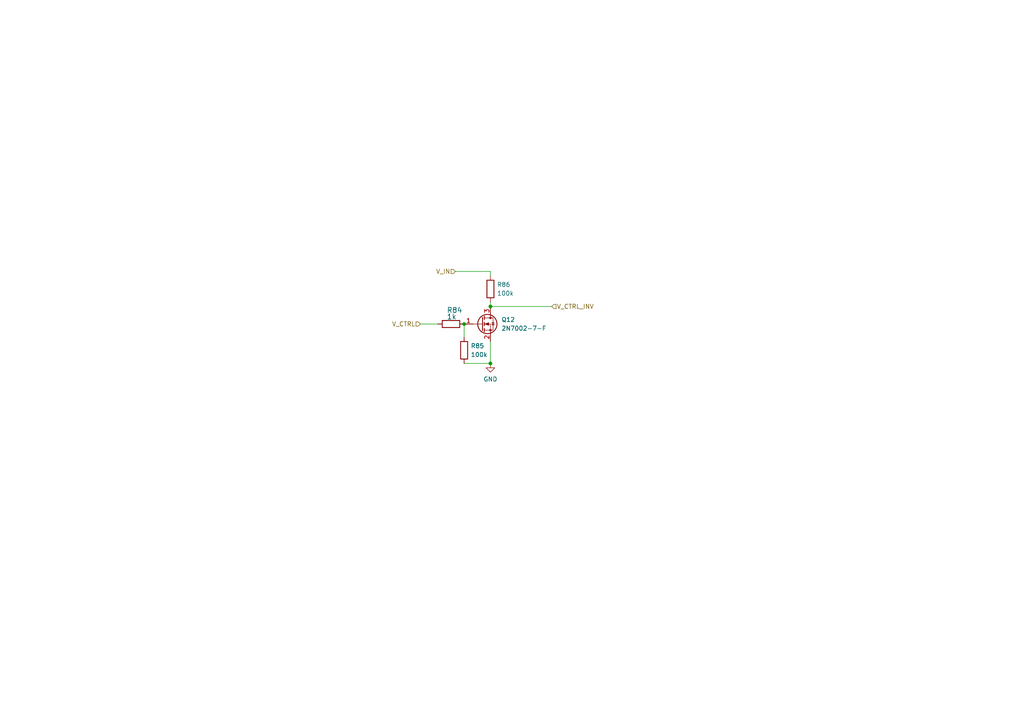
<source format=kicad_sch>
(kicad_sch (version 20250114) (generator "eeschema") (generator_version "9.0")
  (paper "A4")
  (title_block (comment 1 "Licensed under CERN-OHL-P"))
  (lib_symbols
    (symbol "Device:R" (pin_numbers (hide yes)) (pin_names (offset 0))
      (property "Reference" "R" (at 2.032 0 90))
      (property "Value" "R" (at 0 0 90))
      (symbol "R_0_1"
        (rectangle (start -1.016 -2.54) (end 1.016 2.54) (stroke (width 0.254)))
      )
      (symbol "R_1_1"
        (pin passive line (at 0 3.81 270) (length 1.27) (name "~") (number "1"))
        (pin passive line (at 0 -3.81 90) (length 1.27) (name "~") (number "2"))
      )
    )
    (symbol "Transistor_FET:2N7002" (pin_names (offset 0) (hide yes))
      (property "Reference" "Q" (at 5.08 1.905 0))
      (property "Value" "2N7002" (at 5.08 0 0))
      (symbol "2N7002_0_1"
        (polyline (pts (xy 0.254 1.905) (xy 0.254 -1.905)) (stroke (width 0.254)))
        (polyline (pts (xy 0.254 0) (xy -2.54 0)))
        (polyline (pts (xy 0.762 2.286) (xy 0.762 1.27)) (stroke (width 0.254)))
        (polyline (pts (xy 0.762 0.508) (xy 0.762 -0.508)) (stroke (width 0.254)))
        (polyline (pts (xy 0.762 -1.27) (xy 0.762 -2.286)) (stroke (width 0.254)))
        (polyline (pts (xy 0.762 -1.778) (xy 3.302 -1.778) (xy 3.302 1.778) (xy 0.762 1.778)))
        (polyline (pts (xy 1.016 0) (xy 2.032 0.381) (xy 2.032 -0.381) (xy 1.016 0)) (fill (type outline)))
        (circle (center 1.651 0) (radius 2.794) (stroke (width 0.254)))
        (polyline (pts (xy 2.54 2.54) (xy 2.54 1.778)))
        (circle (center 2.54 1.778) (radius 0.254) (fill (type outline)))
        (circle (center 2.54 -1.778) (radius 0.254) (fill (type outline)))
        (polyline (pts (xy 2.54 -2.54) (xy 2.54 0) (xy 0.762 0)))
        (polyline (pts (xy 2.921 0.381) (xy 3.683 0.381)))
        (polyline (pts (xy 3.302 0.381) (xy 2.921 -0.254) (xy 3.683 -0.254) (xy 3.302 0.381)))
      )
      (symbol "2N7002_1_1"
        (pin input line (at -5.08 0 0) (length 2.54) (name "G") (number "1"))
        (pin passive line (at 2.54 5.08 270) (length 2.54) (name "D") (number "3"))
        (pin passive line (at 2.54 -5.08 90) (length 2.54) (name "S") (number "2"))
      )
    )
    (symbol "power:GND" (power) (pin_numbers (hide yes)) (pin_names (offset 0) (hide yes))
      (property "Value" "GND" (at 0 -3.81 0))
      (symbol "GND_0_1"
        (polyline (pts (xy 0 0) (xy 0 -1.27) (xy 1.27 -1.27) (xy 0 -2.54) (xy -1.27 -1.27) (xy 0 -1.27)))
      )
      (symbol "GND_1_1"
        (pin power_in line (at 0 0 270) (length 0) (name "~") (number "1"))
      )
    )
  )
  (junction (at 134.62 93.98))
  (junction (at 142.24 105.41))
  (junction (at 142.24 88.9))
  (wire (pts (xy 142.24 78.74) (xy 142.24 80.01)))
  (wire (pts (xy 142.24 88.9) (xy 160.02 88.9)))
  (wire (pts (xy 121.92 93.98) (xy 127 93.98)))
  (wire (pts (xy 142.24 99.06) (xy 142.24 105.41)))
  (wire (pts (xy 142.24 105.41) (xy 134.62 105.41)))
  (wire (pts (xy 142.24 87.63) (xy 142.24 88.9)))
  (wire (pts (xy 132.08 78.74) (xy 142.24 78.74)))
  (wire (pts (xy 134.62 93.98) (xy 134.62 97.79)))
  (hierarchical_label "V_CTRL_INV" (shape input) (at 160.02 88.9 0))
  (hierarchical_label "V_CTRL" (shape input) (at 121.92 93.98 180))
  (hierarchical_label "V_IN" (shape input) (at 132.08 78.74 180))
  (symbol (lib_id "Device:R") (at 142.24 83.82 0) (unit 1)
    (property "Reference" "R86" (at 144.145 82.5499 0) (effects (justify left)))
    (property "Value" "100k" (at 144.145 85.0899 0) (effects (justify left)))
    (property "Footprint" "Resistor_SMD:R_0603_1608Metric" (effects (hide yes)))
    (property "Datasheet" "https://datasheet.lcsc.com/lcsc/2206010045_UNI-ROYAL-Uniroyal-Elec-0603WAF1003T5E_C25803.pdf" (effects (hide yes)))
    (property "LCSC Part" "C25803" (effects (hide yes)))
  )
  (symbol (lib_id "Device:R") (at 130.81 93.98 270) (unit 1)
    (property "Reference" "R84" (at 129.54 90.805 90) (effects (font (size 1.4986 1.4986)) (justify left bottom)))
    (property "Value" "1k" (at 129.54 92.71 90) (effects (font (size 1.4986 1.4986)) (justify left bottom)))
    (property "Footprint" "Resistor_SMD:R_0603_1608Metric" (effects (hide yes)))
    (property "Datasheet" "https://datasheet.lcsc.com/lcsc/2206010130_UNI-ROYAL-Uniroyal-Elec-0603WAF1001T5E_C21190.pdf" (effects (hide yes)))
    (property "LCSC Part" "C21190" (effects (hide yes)))
  )
  (symbol (lib_id "power:GND") (at 142.24 105.41 0) (unit 1)
    (property "Reference" "#PWR055" (effects (hide yes)))
    (property "Value" "GND" (at 142.24 109.982 0))
    (property "Description" "Power symbol creates a global label with name \"GND\" , ground" (effects (hide yes)))
  )
  (symbol (lib_id "Device:R") (at 134.62 101.6 0) (unit 1)
    (property "Reference" "R85" (at 136.525 100.3299 0) (effects (justify left)))
    (property "Value" "100k" (at 136.525 102.8699 0) (effects (justify left)))
    (property "Footprint" "Resistor_SMD:R_0603_1608Metric" (effects (hide yes)))
    (property "Datasheet" "https://datasheet.lcsc.com/lcsc/2206010045_UNI-ROYAL-Uniroyal-Elec-0603WAF1003T5E_C25803.pdf" (effects (hide yes)))
    (property "LCSC Part" "C25803" (effects (hide yes)))
  )
  (symbol (lib_id "Transistor_FET:2N7002") (at 139.7 93.98 0) (unit 1)
    (property "Reference" "Q12" (at 145.415 92.7099 0) (effects (justify left)))
    (property "Value" "2N7002-7-F" (at 145.415 95.2499 0) (effects (justify left)))
    (property "Footprint" "Package_TO_SOT_SMD:SOT-23" (effects (hide yes)))
    (property "Datasheet" "https://www.onsemi.com/pub/Collateral/NDS7002A-D.PDF" (effects (hide yes)))
    (property "Description" "0.115A Id, 60V Vds, N-Channel MOSFET, SOT-23" (effects (hide yes)))
    (property "LCSC Part" "C53550" (effects (hide yes)))
  )
)
</source>
